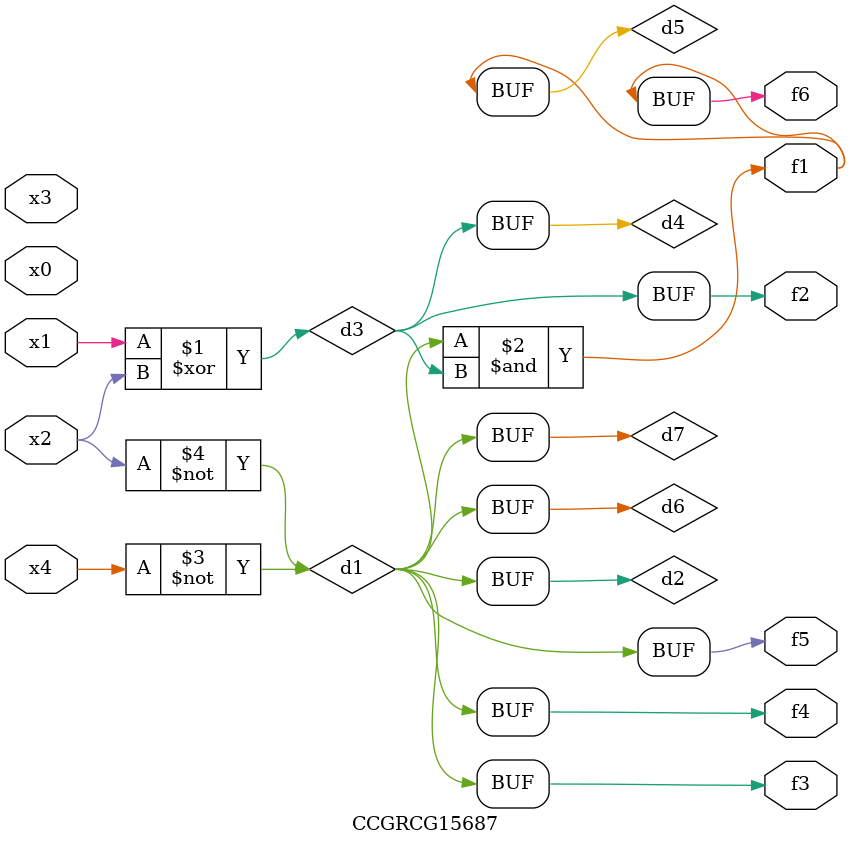
<source format=v>
module CCGRCG15687(
	input x0, x1, x2, x3, x4,
	output f1, f2, f3, f4, f5, f6
);

	wire d1, d2, d3, d4, d5, d6, d7;

	not (d1, x4);
	not (d2, x2);
	xor (d3, x1, x2);
	buf (d4, d3);
	and (d5, d1, d3);
	buf (d6, d1, d2);
	buf (d7, d2);
	assign f1 = d5;
	assign f2 = d4;
	assign f3 = d7;
	assign f4 = d7;
	assign f5 = d7;
	assign f6 = d5;
endmodule

</source>
